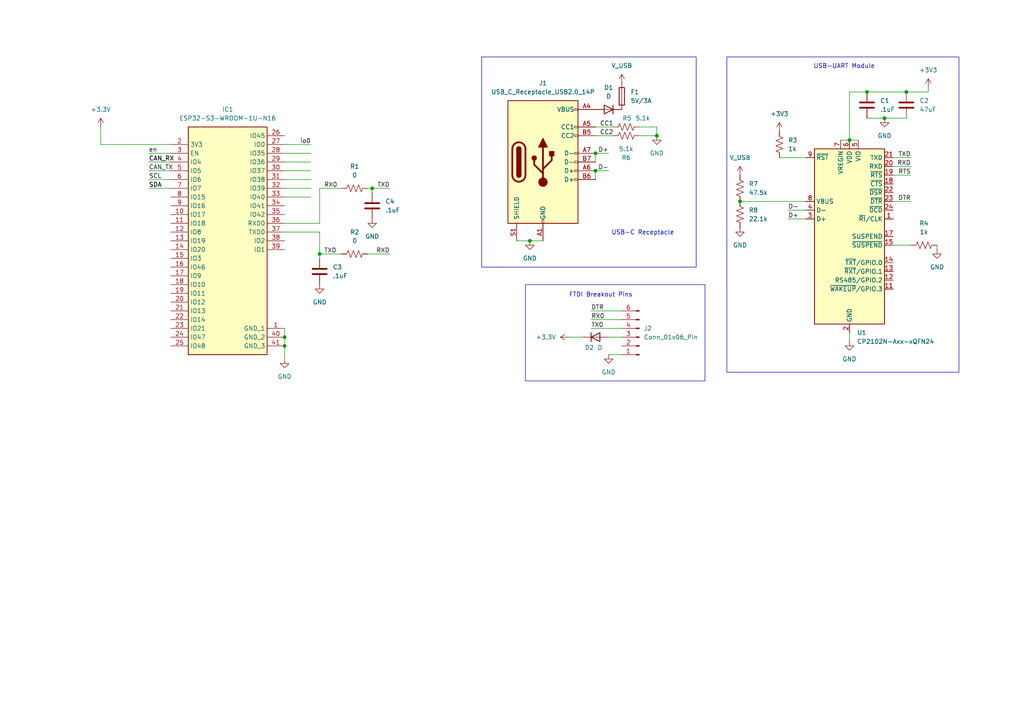
<source format=kicad_sch>
(kicad_sch (version 20231120) (generator "eeschema") (generator_version "8.0")
  (paper "A4")
  (lib_symbols
    (symbol "Connector:Conn_01x06_Pin" (pin_names (offset 1.016) hide)
      (property "Reference" "J" (at 0 7.62 0))
      (property "Value" "Conn_01x06_Pin" (at 0 -10.16 0))
      (symbol "Conn_01x06_Pin_1_1"
        (polyline (pts (xy 1.27 -7.62) (xy 0.8636 -7.62)) (stroke (width 0.1524)))
        (polyline (pts (xy 1.27 -5.08) (xy 0.8636 -5.08)) (stroke (width 0.1524)))
        (polyline (pts (xy 1.27 -2.54) (xy 0.8636 -2.54)) (stroke (width 0.1524)))
        (polyline (pts (xy 1.27 0) (xy 0.8636 0)) (stroke (width 0.1524)))
        (polyline (pts (xy 1.27 2.54) (xy 0.8636 2.54)) (stroke (width 0.1524)))
        (polyline (pts (xy 1.27 5.08) (xy 0.8636 5.08)) (stroke (width 0.1524)))
        (rectangle (start 0.8636 -7.493) (end 0 -7.747) (stroke (width 0.1524)) (fill (type outline)))
        (rectangle (start 0.8636 -4.953) (end 0 -5.207) (stroke (width 0.1524)) (fill (type outline)))
        (rectangle (start 0.8636 -2.413) (end 0 -2.667) (stroke (width 0.1524)) (fill (type outline)))
        (rectangle (start 0.8636 0.127) (end 0 -0.127) (stroke (width 0.1524)) (fill (type outline)))
        (rectangle (start 0.8636 2.667) (end 0 2.413) (stroke (width 0.1524)) (fill (type outline)))
        (rectangle (start 0.8636 5.207) (end 0 4.953) (stroke (width 0.1524)) (fill (type outline)))
        (pin passive line (at 5.08 5.08 180) (length 3.81) (name "Pin_1") (number "1"))
        (pin passive line (at 5.08 2.54 180) (length 3.81) (name "Pin_2") (number "2"))
        (pin passive line (at 5.08 0 180) (length 3.81) (name "Pin_3") (number "3"))
        (pin passive line (at 5.08 -2.54 180) (length 3.81) (name "Pin_4") (number "4"))
        (pin passive line (at 5.08 -5.08 180) (length 3.81) (name "Pin_5") (number "5"))
        (pin passive line (at 5.08 -7.62 180) (length 3.81) (name "Pin_6") (number "6"))
      )
    )
    (symbol "Connector:USB_C_Receptacle_USB2.0_14P" (pin_names (offset 1.016))
      (property "Reference" "J" (at 0 22.225 0))
      (property "Value" "USB_C_Receptacle_USB2.0_14P" (at 0 19.685 0))
      (symbol "USB_C_Receptacle_USB2.0_14P_0_0"
        (rectangle (start -0.254 -17.78) (end 0.254 -16.764))
        (rectangle (start 10.16 -4.826) (end 9.144 -5.334))
        (rectangle (start 10.16 -2.286) (end 9.144 -2.794))
        (rectangle (start 10.16 0.254) (end 9.144 -0.254))
        (rectangle (start 10.16 2.794) (end 9.144 2.286))
        (rectangle (start 10.16 7.874) (end 9.144 7.366))
        (rectangle (start 10.16 10.414) (end 9.144 9.906))
        (rectangle (start 10.16 15.494) (end 9.144 14.986))
      )
      (symbol "USB_C_Receptacle_USB2.0_14P_0_1"
        (rectangle (start -10.16 17.78) (end 10.16 -17.78) (stroke (width 0.254)) (fill (type background)))
        (arc (start -8.89 -3.81) (mid -6.985 -5.7067) (end -5.08 -3.81) (stroke (width 0.508)))
        (arc (start -7.62 -3.81) (mid -6.985 -4.4423) (end -6.35 -3.81) (stroke (width 0.254)))
        (arc (start -7.62 -3.81) (mid -6.985 -4.4423) (end -6.35 -3.81) (stroke (width 0.254)) (fill (type outline)))
        (rectangle (start -7.62 -3.81) (end -6.35 3.81) (stroke (width 0.254)) (fill (type outline)))
        (arc (start -6.35 3.81) (mid -6.985 4.4423) (end -7.62 3.81) (stroke (width 0.254)))
        (arc (start -6.35 3.81) (mid -6.985 4.4423) (end -7.62 3.81) (stroke (width 0.254)) (fill (type outline)))
        (arc (start -5.08 3.81) (mid -6.985 5.7067) (end -8.89 3.81) (stroke (width 0.508)))
        (circle (center -2.54 1.143) (radius 0.635) (stroke (width 0.254)) (fill (type outline)))
        (circle (center 0 -5.842) (radius 1.27) (fill (type outline)))
        (polyline (pts (xy -8.89 -3.81) (xy -8.89 3.81)) (stroke (width 0.508)))
        (polyline (pts (xy -5.08 3.81) (xy -5.08 -3.81)) (stroke (width 0.508)))
        (polyline (pts (xy 0 -5.842) (xy 0 4.318)) (stroke (width 0.508)))
        (polyline (pts (xy 0 -3.302) (xy -2.54 -0.762) (xy -2.54 0.508)) (stroke (width 0.508)))
        (polyline (pts (xy 0 -2.032) (xy 2.54 0.508) (xy 2.54 1.778)) (stroke (width 0.508)))
        (polyline (pts (xy -1.27 4.318) (xy 0 6.858) (xy 1.27 4.318) (xy -1.27 4.318)) (stroke (width 0.254)) (fill (type outline)))
        (rectangle (start 1.905 1.778) (end 3.175 3.048) (stroke (width 0.254)) (fill (type outline)))
      )
      (symbol "USB_C_Receptacle_USB2.0_14P_1_1"
        (pin passive line (at 0 -22.86 90) (length 5.08) (name "GND") (number "A1"))
        (pin passive line (at 0 -22.86 90) (length 5.08) hide (name "GND") (number "A12"))
        (pin passive line (at 15.24 15.24 180) (length 5.08) (name "VBUS") (number "A4"))
        (pin bidirectional line (at 15.24 10.16 180) (length 5.08) (name "CC1") (number "A5"))
        (pin bidirectional line (at 15.24 -2.54 180) (length 5.08) (name "D+") (number "A6"))
        (pin bidirectional line (at 15.24 2.54 180) (length 5.08) (name "D-") (number "A7"))
        (pin passive line (at 15.24 15.24 180) (length 5.08) hide (name "VBUS") (number "A9"))
        (pin passive line (at 0 -22.86 90) (length 5.08) hide (name "GND") (number "B1"))
        (pin passive line (at 0 -22.86 90) (length 5.08) hide (name "GND") (number "B12"))
        (pin passive line (at 15.24 15.24 180) (length 5.08) hide (name "VBUS") (number "B4"))
        (pin bidirectional line (at 15.24 7.62 180) (length 5.08) (name "CC2") (number "B5"))
        (pin bidirectional line (at 15.24 -5.08 180) (length 5.08) (name "D+") (number "B6"))
        (pin bidirectional line (at 15.24 0 180) (length 5.08) (name "D-") (number "B7"))
        (pin passive line (at 15.24 15.24 180) (length 5.08) hide (name "VBUS") (number "B9"))
        (pin passive line (at -7.62 -22.86 90) (length 5.08) (name "SHIELD") (number "S1"))
      )
    )
    (symbol "Device:C" (pin_numbers hide) (pin_names (offset 0.254))
      (property "Reference" "C" (at 0.635 2.54 0))
      (property "Value" "C" (at 0.635 -2.54 0))
      (symbol "C_0_1"
        (polyline (pts (xy -2.032 -0.762) (xy 2.032 -0.762)) (stroke (width 0.508)))
        (polyline (pts (xy -2.032 0.762) (xy 2.032 0.762)) (stroke (width 0.508)))
      )
      (symbol "C_1_1"
        (pin passive line (at 0 3.81 270) (length 2.794) (name "~") (number "1"))
        (pin passive line (at 0 -3.81 90) (length 2.794) (name "~") (number "2"))
      )
    )
    (symbol "Device:D" (pin_numbers hide) (pin_names (offset 1.016) hide)
      (property "Reference" "D" (at 0 2.54 0))
      (property "Value" "D" (at 0 -2.54 0))
      (symbol "D_0_1"
        (polyline (pts (xy -1.27 1.27) (xy -1.27 -1.27)) (stroke (width 0.254)))
        (polyline (pts (xy 1.27 0) (xy -1.27 0)))
        (polyline (pts (xy 1.27 1.27) (xy 1.27 -1.27) (xy -1.27 0) (xy 1.27 1.27)) (stroke (width 0.254)))
      )
      (symbol "D_1_1"
        (pin passive line (at -3.81 0 0) (length 2.54) (name "K") (number "1"))
        (pin passive line (at 3.81 0 180) (length 2.54) (name "A") (number "2"))
      )
    )
    (symbol "Device:Fuse" (pin_numbers hide) (pin_names (offset 0))
      (property "Reference" "F" (at 2.032 0 90))
      (property "Value" "Fuse" (at -1.905 0 90))
      (symbol "Fuse_0_1"
        (rectangle (start -0.762 -2.54) (end 0.762 2.54) (stroke (width 0.254)))
        (polyline (pts (xy 0 2.54) (xy 0 -2.54)))
      )
      (symbol "Fuse_1_1"
        (pin passive line (at 0 3.81 270) (length 1.27) (name "~") (number "1"))
        (pin passive line (at 0 -3.81 90) (length 1.27) (name "~") (number "2"))
      )
    )
    (symbol "Device:R_US" (pin_numbers hide) (pin_names (offset 0))
      (property "Reference" "R" (at 2.54 0 90))
      (property "Value" "R_US" (at -2.54 0 90))
      (symbol "R_US_0_1"
        (polyline (pts (xy 0 -2.286) (xy 0 -2.54)))
        (polyline (pts (xy 0 2.286) (xy 0 2.54)))
        (polyline (pts (xy 0 -0.762) (xy 1.016 -1.143) (xy 0 -1.524) (xy -1.016 -1.905) (xy 0 -2.286)))
        (polyline (pts (xy 0 0.762) (xy 1.016 0.381) (xy 0 0) (xy -1.016 -0.381) (xy 0 -0.762)))
        (polyline (pts (xy 0 2.286) (xy 1.016 1.905) (xy 0 1.524) (xy -1.016 1.143) (xy 0 0.762)))
      )
      (symbol "R_US_1_1"
        (pin passive line (at 0 3.81 270) (length 1.27) (name "~") (number "1"))
        (pin passive line (at 0 -3.81 90) (length 1.27) (name "~") (number "2"))
      )
    )
    (symbol "Interface_USB:CP2102N-Axx-xQFN24"
      (property "Reference" "U" (at -8.89 26.67 0))
      (property "Value" "CP2102N-Axx-xQFN24" (at 13.97 26.67 0))
      (symbol "CP2102N-Axx-xQFN24_0_1"
        (rectangle (start -10.16 25.4) (end 10.16 -25.4) (stroke (width 0.254)) (fill (type background)))
      )
      (symbol "CP2102N-Axx-xQFN24_1_1"
        (pin bidirectional line (at 12.7 5.08 180) (length 2.54) (name "~{RI}/CLK") (number "1"))
        (pin no_connect line (at -10.16 -22.86 0) (length 2.54) hide (name "NC") (number "10"))
        (pin bidirectional line (at 12.7 -15.24 180) (length 2.54) (name "~{WAKEUP}/GPIO.3") (number "11"))
        (pin bidirectional line (at 12.7 -12.7 180) (length 2.54) (name "RS485/GPIO.2") (number "12"))
        (pin bidirectional line (at 12.7 -10.16 180) (length 2.54) (name "~{RXT}/GPIO.1") (number "13"))
        (pin bidirectional line (at 12.7 -7.62 180) (length 2.54) (name "~{TXT}/GPIO.0") (number "14"))
        (pin output line (at 12.7 -2.54 180) (length 2.54) (name "~{SUSPEND}") (number "15"))
        (pin no_connect line (at 10.16 -22.86 180) (length 2.54) hide (name "NC") (number "16"))
        (pin output line (at 12.7 0 180) (length 2.54) (name "SUSPEND") (number "17"))
        (pin input line (at 12.7 15.24 180) (length 2.54) (name "~{CTS}") (number "18"))
        (pin output line (at 12.7 17.78 180) (length 2.54) (name "~{RTS}") (number "19"))
        (pin power_in line (at 0 -27.94 90) (length 2.54) (name "GND") (number "2"))
        (pin input line (at 12.7 20.32 180) (length 2.54) (name "RXD") (number "20"))
        (pin output line (at 12.7 22.86 180) (length 2.54) (name "TXD") (number "21"))
        (pin input line (at 12.7 12.7 180) (length 2.54) (name "~{DSR}") (number "22"))
        (pin output line (at 12.7 10.16 180) (length 2.54) (name "~{DTR}") (number "23"))
        (pin input line (at 12.7 7.62 180) (length 2.54) (name "~{DCD}") (number "24"))
        (pin passive line (at 0 -27.94 90) (length 2.54) hide (name "GND") (number "25"))
        (pin bidirectional line (at -12.7 5.08 0) (length 2.54) (name "D+") (number "3"))
        (pin bidirectional line (at -12.7 7.62 0) (length 2.54) (name "D-") (number "4"))
        (pin power_in line (at 2.54 27.94 270) (length 2.54) (name "VIO") (number "5"))
        (pin power_in line (at 0 27.94 270) (length 2.54) (name "VDD") (number "6"))
        (pin power_in line (at -2.54 27.94 270) (length 2.54) (name "VREGIN") (number "7"))
        (pin input line (at -12.7 10.16 0) (length 2.54) (name "VBUS") (number "8"))
        (pin input line (at -12.7 22.86 0) (length 2.54) (name "~{RST}") (number "9"))
      )
    )
    (symbol "RF_Module:ESP32-S3-WROOM-1U-N16"
      (property "Reference" "IC" (at 29.21 7.62 0))
      (property "Value" "ESP32-S3-WROOM-1U-N16" (at 29.21 5.08 0))
      (symbol "ESP32-S3-WROOM-1U-N16_1_1"
        (rectangle (start 5.08 2.54) (end 27.94 -63.5) (stroke (width 0.254)) (fill (type background)))
        (pin passive line (at 33.02 -55.88 180) (length 5.08) (name "GND_1") (number "1"))
        (pin passive line (at 0 -22.86 0) (length 5.08) (name "IO17") (number "10"))
        (pin passive line (at 0 -25.4 0) (length 5.08) (name "IO18") (number "11"))
        (pin passive line (at 0 -27.94 0) (length 5.08) (name "IO8") (number "12"))
        (pin passive line (at 0 -30.48 0) (length 5.08) (name "IO19") (number "13"))
        (pin passive line (at 0 -33.02 0) (length 5.08) (name "IO20") (number "14"))
        (pin passive line (at 0 -35.56 0) (length 5.08) (name "IO3") (number "15"))
        (pin passive line (at 0 -38.1 0) (length 5.08) (name "IO46") (number "16"))
        (pin passive line (at 0 -40.64 0) (length 5.08) (name "IO9") (number "17"))
        (pin passive line (at 0 -43.18 0) (length 5.08) (name "IO10") (number "18"))
        (pin passive line (at 0 -45.72 0) (length 5.08) (name "IO11") (number "19"))
        (pin passive line (at 0 -2.54 0) (length 5.08) (name "3V3") (number "2"))
        (pin passive line (at 0 -48.26 0) (length 5.08) (name "IO12") (number "20"))
        (pin passive line (at 0 -50.8 0) (length 5.08) (name "IO13") (number "21"))
        (pin passive line (at 0 -53.34 0) (length 5.08) (name "IO14") (number "22"))
        (pin passive line (at 0 -55.88 0) (length 5.08) (name "IO21") (number "23"))
        (pin passive line (at 0 -58.42 0) (length 5.08) (name "IO47") (number "24"))
        (pin passive line (at 0 -60.96 0) (length 5.08) (name "IO48") (number "25"))
        (pin passive line (at 33.02 0 180) (length 5.08) (name "IO45") (number "26"))
        (pin passive line (at 33.02 -2.54 180) (length 5.08) (name "IO0") (number "27"))
        (pin passive line (at 33.02 -5.08 180) (length 5.08) (name "IO35") (number "28"))
        (pin passive line (at 33.02 -7.62 180) (length 5.08) (name "IO36") (number "29"))
        (pin passive line (at 0 -5.08 0) (length 5.08) (name "EN") (number "3"))
        (pin passive line (at 33.02 -10.16 180) (length 5.08) (name "IO37") (number "30"))
        (pin passive line (at 33.02 -12.7 180) (length 5.08) (name "IO38") (number "31"))
        (pin passive line (at 33.02 -15.24 180) (length 5.08) (name "IO39") (number "32"))
        (pin passive line (at 33.02 -17.78 180) (length 5.08) (name "IO40") (number "33"))
        (pin passive line (at 33.02 -20.32 180) (length 5.08) (name "IO41") (number "34"))
        (pin passive line (at 33.02 -22.86 180) (length 5.08) (name "IO42") (number "35"))
        (pin passive line (at 33.02 -25.4 180) (length 5.08) (name "RXD0") (number "36"))
        (pin passive line (at 33.02 -27.94 180) (length 5.08) (name "TXD0") (number "37"))
        (pin passive line (at 33.02 -30.48 180) (length 5.08) (name "IO2") (number "38"))
        (pin passive line (at 33.02 -33.02 180) (length 5.08) (name "IO1") (number "39"))
        (pin passive line (at 0 -7.62 0) (length 5.08) (name "IO4") (number "4"))
        (pin passive line (at 33.02 -58.42 180) (length 5.08) (name "GND_2") (number "40"))
        (pin passive line (at 33.02 -60.96 180) (length 5.08) (name "GND_3") (number "41"))
        (pin passive line (at 0 -10.16 0) (length 5.08) (name "IO5") (number "5"))
        (pin passive line (at 0 -12.7 0) (length 5.08) (name "IO6") (number "6"))
        (pin passive line (at 0 -15.24 0) (length 5.08) (name "IO7") (number "7"))
        (pin passive line (at 0 -17.78 0) (length 5.08) (name "IO15") (number "8"))
        (pin passive line (at 0 -20.32 0) (length 5.08) (name "IO16") (number "9"))
      )
    )
    (symbol "power:+1V1" (power) (pin_numbers hide) (pin_names (offset 0) hide)
      (property "Value" "+1V1" (at 0 3.556 0))
      (symbol "+1V1_0_1"
        (polyline (pts (xy -0.762 1.27) (xy 0 2.54)))
        (polyline (pts (xy 0 0) (xy 0 2.54)))
        (polyline (pts (xy 0 2.54) (xy 0.762 1.27)))
      )
      (symbol "+1V1_1_1"
        (pin power_in line (at 0 0 90) (length 0) (name "~") (number "1"))
      )
    )
    (symbol "power:+3.3V" (power) (pin_numbers hide) (pin_names (offset 0) hide)
      (property "Value" "+3.3V" (at 0 3.556 0))
      (symbol "+3.3V_0_1"
        (polyline (pts (xy -0.762 1.27) (xy 0 2.54)))
        (polyline (pts (xy 0 0) (xy 0 2.54)))
        (polyline (pts (xy 0 2.54) (xy 0.762 1.27)))
      )
      (symbol "+3.3V_1_1"
        (pin power_in line (at 0 0 90) (length 0) (name "~") (number "1"))
      )
    )
    (symbol "power:+3V3" (power) (pin_numbers hide) (pin_names (offset 0) hide)
      (property "Value" "+3V3" (at 0 3.556 0))
      (symbol "+3V3_0_1"
        (polyline (pts (xy -0.762 1.27) (xy 0 2.54)))
        (polyline (pts (xy 0 0) (xy 0 2.54)))
        (polyline (pts (xy 0 2.54) (xy 0.762 1.27)))
      )
      (symbol "+3V3_1_1"
        (pin power_in line (at 0 0 90) (length 0) (name "~") (number "1"))
      )
    )
    (symbol "power:GND" (power) (pin_numbers hide) (pin_names (offset 0) hide)
      (property "Value" "GND" (at 0 -3.81 0))
      (symbol "GND_0_1"
        (polyline (pts (xy 0 0) (xy 0 -1.27) (xy 1.27 -1.27) (xy 0 -2.54) (xy -1.27 -1.27) (xy 0 -1.27)))
      )
      (symbol "GND_1_1"
        (pin power_in line (at 0 0 270) (length 0) (name "~") (number "1"))
      )
    )
  )
  (junction (at 82.55 100.33))
  (junction (at 190.5 39.37))
  (junction (at 82.55 97.79))
  (junction (at 246.38 40.64))
  (junction (at 172.72 49.53))
  (junction (at 107.95 54.61))
  (junction (at 153.67 69.85))
  (junction (at 214.63 58.42))
  (junction (at 256.54 34.29))
  (junction (at 262.89 26.67))
  (junction (at 92.71 73.66))
  (junction (at 172.72 44.45))
  (junction (at 251.46 26.67))
  (wire (pts (xy 251.46 26.67) (xy 246.38 26.67)))
  (wire (pts (xy 246.38 99.06) (xy 246.38 96.52)))
  (wire (pts (xy 259.08 71.12) (xy 264.16 71.12)))
  (wire (pts (xy 228.6 60.96) (xy 233.68 60.96)))
  (wire (pts (xy 259.08 48.26) (xy 264.16 48.26)))
  (wire (pts (xy 82.55 46.99) (xy 90.17 46.99)))
  (wire (pts (xy 82.55 49.53) (xy 90.17 49.53)))
  (wire (pts (xy 29.21 41.91) (xy 49.53 41.91)))
  (wire (pts (xy 171.45 90.17) (xy 180.34 90.17)))
  (wire (pts (xy 43.18 52.07) (xy 49.53 52.07)))
  (wire (pts (xy 106.68 54.61) (xy 107.95 54.61)))
  (wire (pts (xy 82.55 104.14) (xy 82.55 100.33)))
  (wire (pts (xy 82.55 100.33) (xy 82.55 97.79)))
  (wire (pts (xy 243.84 40.64) (xy 246.38 40.64)))
  (wire (pts (xy 259.08 50.8) (xy 264.16 50.8)))
  (wire (pts (xy 92.71 73.66) (xy 92.71 67.31)))
  (wire (pts (xy 171.45 92.71) (xy 180.34 92.71)))
  (wire (pts (xy 92.71 74.93) (xy 92.71 73.66)))
  (wire (pts (xy 269.24 26.67) (xy 262.89 26.67)))
  (wire (pts (xy 176.53 102.87) (xy 180.34 102.87)))
  (wire (pts (xy 271.78 71.12) (xy 271.78 72.39)))
  (wire (pts (xy 149.86 69.85) (xy 153.67 69.85)))
  (wire (pts (xy 82.55 44.45) (xy 90.17 44.45)))
  (wire (pts (xy 259.08 58.42) (xy 264.16 58.42)))
  (wire (pts (xy 185.42 39.37) (xy 190.5 39.37)))
  (wire (pts (xy 92.71 54.61) (xy 99.06 54.61)))
  (wire (pts (xy 43.18 46.99) (xy 49.53 46.99)))
  (wire (pts (xy 214.63 58.42) (xy 233.68 58.42)))
  (wire (pts (xy 106.68 73.66) (xy 113.03 73.66)))
  (wire (pts (xy 92.71 64.77) (xy 92.71 54.61)))
  (wire (pts (xy 82.55 54.61) (xy 90.17 54.61)))
  (wire (pts (xy 107.95 54.61) (xy 107.95 55.88)))
  (wire (pts (xy 82.55 57.15) (xy 90.17 57.15)))
  (wire (pts (xy 171.45 95.25) (xy 180.34 95.25)))
  (wire (pts (xy 99.06 73.66) (xy 92.71 73.66)))
  (wire (pts (xy 82.55 95.25) (xy 82.55 97.79)))
  (wire (pts (xy 185.42 36.83) (xy 190.5 36.83)))
  (wire (pts (xy 43.18 49.53) (xy 49.53 49.53)))
  (wire (pts (xy 43.18 54.61) (xy 49.53 54.61)))
  (wire (pts (xy 82.55 52.07) (xy 90.17 52.07)))
  (wire (pts (xy 92.71 67.31) (xy 82.55 67.31)))
  (wire (pts (xy 269.24 25.4) (xy 269.24 26.67)))
  (wire (pts (xy 82.55 64.77) (xy 92.71 64.77)))
  (wire (pts (xy 29.21 36.83) (xy 29.21 41.91)))
  (wire (pts (xy 226.06 45.72) (xy 233.68 45.72)))
  (wire (pts (xy 251.46 34.29) (xy 256.54 34.29)))
  (wire (pts (xy 259.08 45.72) (xy 264.16 45.72)))
  (wire (pts (xy 251.46 26.67) (xy 262.89 26.67)))
  (wire (pts (xy 172.72 36.83) (xy 177.8 36.83)))
  (wire (pts (xy 82.55 41.91) (xy 90.17 41.91)))
  (wire (pts (xy 176.53 97.79) (xy 180.34 97.79)))
  (wire (pts (xy 165.1 97.79) (xy 168.91 97.79)))
  (wire (pts (xy 172.72 39.37) (xy 177.8 39.37)))
  (wire (pts (xy 190.5 36.83) (xy 190.5 39.37)))
  (wire (pts (xy 172.72 44.45) (xy 176.53 44.45)))
  (wire (pts (xy 172.72 49.53) (xy 176.53 49.53)))
  (wire (pts (xy 256.54 34.29) (xy 262.89 34.29)))
  (wire (pts (xy 172.72 49.53) (xy 172.72 52.07)))
  (wire (pts (xy 172.72 44.45) (xy 172.72 46.99)))
  (wire (pts (xy 43.18 44.45) (xy 49.53 44.45)))
  (wire (pts (xy 246.38 26.67) (xy 246.38 40.64)))
  (wire (pts (xy 228.6 63.5) (xy 233.68 63.5)))
  (wire (pts (xy 153.67 69.85) (xy 157.48 69.85)))
  (wire (pts (xy 107.95 54.61) (xy 113.03 54.61)))
  (wire (pts (xy 246.38 40.64) (xy 248.92 40.64)))
  (rectangle (start 152.4 82.55) (end 204.47 110.49))
  (rectangle (start 210.82 16.51) (end 278.13 107.95))
  (rectangle (start 139.7 16.51) (end 201.93 77.47))
  (text "FTDI Breakout Pins" (at 174.244 85.598 0) (effects (font (size 1.27 1.27))))
  (text "USB-C Receptacle" (at 186.436 67.564 0) (effects (font (size 1.27 1.27))))
  (text "USB-UART Module" (at 244.856 19.304 0) (effects (font (size 1.27 1.27))))
  (label "SDA" (at 43.18 54.61 0))
  (label "D-" (at 228.6 60.96 0))
  (label "CC2" (at 173.99 39.37 0))
  (label "D-" (at 176.53 49.53 180))
  (label "CAN_RX" (at 43.18 46.99 0))
  (label "CAN_RX" (at 43.18 46.99 0))
  (label "DTR" (at 171.45 90.17 0))
  (label "DTR" (at 264.16 58.42 180))
  (label "SCL" (at 43.18 52.07 0))
  (label "D+" (at 228.6 63.5 0))
  (label "CC1" (at 173.99 36.83 0))
  (label "RXD" (at 264.16 48.26 180))
  (label "TX0" (at 93.98 73.66 0))
  (label "io0" (at 90.17 41.91 180))
  (label "TX0" (at 171.45 95.25 0))
  (label "SDA" (at 43.18 54.61 0))
  (label "RTS" (at 264.16 50.8 180))
  (label "RXD" (at 113.03 73.66 180))
  (label "en" (at 43.18 44.45 0))
  (label "TXD" (at 113.03 54.61 180))
  (label "RX0" (at 171.45 92.71 0))
  (label "RX0" (at 93.98 54.61 0))
  (label "TXD" (at 264.16 45.72 180))
  (label "CAN_TX" (at 43.18 49.53 0))
  (label "D+" (at 176.53 44.45 180))
  (symbol (lib_id "power:+3V3") (at 269.24 25.4 0) (unit 1)
    (property "Reference" "#PWR02" (effects (hide yes)))
    (property "Value" "+3V3" (at 269.24 20.32 0))
    (property "Description" "Power symbol creates a global label with name \"+3V3\"" (effects (hide yes)))
  )
  (symbol (lib_id "Device:D") (at 176.53 31.75 180) (unit 1)
    (property "Reference" "D1" (at 176.53 25.4 0))
    (property "Value" "D" (at 176.53 27.94 0))
    (property "Footprint" "Diode_SMD:D_0603_1608Metric" (effects (hide yes)))
    (property "Description" "Diode" (effects (hide yes)))
    (property "Sim.Device" "D" (effects (hide yes)))
    (property "Sim.Pins" "1=K 2=A" (effects (hide yes)))
  )
  (symbol (lib_id "power:+3.3V") (at 165.1 97.79 90) (unit 1)
    (property "Reference" "#PWR016" (effects (hide yes)))
    (property "Value" "+3.3V" (at 161.29 97.7899 90) (effects (justify left)))
    (property "Description" "Power symbol creates a global label with name \"+3.3V\"" (effects (hide yes)))
  )
  (symbol (lib_id "power:GND") (at 107.95 63.5 0) (unit 1)
    (property "Reference" "#PWR012" (effects (hide yes)))
    (property "Value" "GND" (at 107.95 68.58 0))
    (property "Description" "Power symbol creates a global label with name \"GND\" , ground" (effects (hide yes)))
  )
  (symbol (lib_id "Device:Fuse") (at 180.34 27.94 0) (unit 1)
    (property "Reference" "F1" (at 182.88 26.6699 0) (effects (justify left)))
    (property "Value" "5V/3A" (at 182.88 29.2099 0) (effects (justify left)))
    (property "Footprint" "Fuse:Fuse_0603_1608Metric" (effects (hide yes)))
    (property "Description" "Fuse" (effects (hide yes)))
  )
  (symbol (lib_id "Device:R_US") (at 214.63 62.23 0) (unit 1)
    (property "Reference" "R8" (at 217.17 60.9599 0) (effects (justify left)))
    (property "Value" "22.1k" (at 217.17 63.4999 0) (effects (justify left)))
    (property "Footprint" "Resistor_SMD:R_0603_1608Metric" (effects (hide yes)))
    (property "Description" "Resistor, US symbol" (effects (hide yes)))
  )
  (symbol (lib_id "power:GND") (at 246.38 99.06 0) (unit 1)
    (property "Reference" "#PWR04" (effects (hide yes)))
    (property "Value" "GND" (at 246.38 104.14 0))
    (property "Description" "Power symbol creates a global label with name \"GND\" , ground" (effects (hide yes)))
  )
  (symbol (lib_id "Interface_USB:CP2102N-Axx-xQFN24") (at 246.38 68.58 0) (unit 1)
    (property "Reference" "U1" (at 248.5741 96.52 0) (effects (justify left)))
    (property "Value" "CP2102N-Axx-xQFN24" (at 248.5741 99.06 0) (effects (justify left)))
    (property "Footprint" "Package_DFN_QFN:QFN-24-1EP_4x4mm_P0.5mm_EP2.6x2.6mm" (effects (hide yes)))
    (property "Datasheet" "https://www.silabs.com/documents/public/data-sheets/cp2102n-datasheet.pdf" (effects (hide yes)))
    (property "Description" "USB to UART master bridge, QFN-24" (effects (hide yes)))
  )
  (symbol (lib_id "power:+1V1") (at 180.34 24.13 0) (unit 1)
    (property "Reference" "#PWR07" (effects (hide yes)))
    (property "Value" "V_USB" (at 180.34 19.05 0))
    (property "Description" "Power symbol creates a global label with name \"+1V1\"" (effects (hide yes)))
  )
  (symbol (lib_id "Device:R_US") (at 102.87 73.66 90) (unit 1)
    (property "Reference" "R2" (at 102.87 67.31 90))
    (property "Value" "0" (at 102.87 69.85 90))
    (property "Footprint" "Resistor_SMD:R_0603_1608Metric" (effects (hide yes)))
    (property "Description" "Resistor, US symbol" (effects (hide yes)))
  )
  (symbol (lib_id "power:+1V1") (at 214.63 50.8 0) (unit 1)
    (property "Reference" "#PWR011" (effects (hide yes)))
    (property "Value" "V_USB" (at 214.63 45.72 0))
    (property "Description" "Power symbol creates a global label with name \"+1V1\"" (effects (hide yes)))
  )
  (symbol (lib_id "Device:C") (at 262.89 30.48 0) (unit 1)
    (property "Reference" "C2" (at 266.7 29.2099 0) (effects (justify left)))
    (property "Value" "47uF" (at 266.7 31.7499 0) (effects (justify left)))
    (property "Footprint" "Capacitor_SMD:C_0603_1608Metric" (effects (hide yes)))
    (property "Description" "Unpolarized capacitor" (effects (hide yes)))
  )
  (symbol (lib_id "power:GND") (at 82.55 104.14 0) (unit 1)
    (property "Reference" "#PWR01" (effects (hide yes)))
    (property "Value" "GND" (at 82.55 109.22 0))
    (property "Description" "Power symbol creates a global label with name \"GND\" , ground" (effects (hide yes)))
  )
  (symbol (lib_id "Device:R_US") (at 181.61 39.37 90) (unit 1)
    (property "Reference" "R6" (at 181.61 45.72 90))
    (property "Value" "5.1k" (at 181.61 43.18 90))
    (property "Footprint" "Resistor_SMD:R_0603_1608Metric" (effects (hide yes)))
    (property "Description" "Resistor, US symbol" (effects (hide yes)))
  )
  (symbol (lib_id "Device:R_US") (at 181.61 36.83 90) (unit 1)
    (property "Reference" "R5" (at 181.864 34.29 90))
    (property "Value" "5.1k" (at 186.436 34.29 90))
    (property "Footprint" "Resistor_SMD:R_0603_1608Metric" (effects (hide yes)))
    (property "Description" "Resistor, US symbol" (effects (hide yes)))
  )
  (symbol (lib_id "power:+3.3V") (at 29.21 36.83 0) (unit 1)
    (property "Reference" "#PWR03" (effects (hide yes)))
    (property "Value" "+3.3V" (at 29.21 31.75 0))
    (property "Description" "Power symbol creates a global label with name \"+3.3V\"" (effects (hide yes)))
  )
  (symbol (lib_id "Connector:USB_C_Receptacle_USB2.0_14P") (at 157.48 46.99 0) (unit 1)
    (property "Reference" "J1" (at 157.48 24.13 0))
    (property "Value" "USB_C_Receptacle_USB2.0_14P" (at 157.48 26.67 0))
    (property "Footprint" "Connector_USB:USB_C_Receptacle_Amphenol_12401610E4-2A" (effects (hide yes)))
    (property "Datasheet" "https://www.usb.org/sites/default/files/documents/usb_type-c.zip" (effects (hide yes)))
    (property "Description" "USB 2.0-only 14P Type-C Receptacle connector" (effects (hide yes)))
  )
  (symbol (lib_id "power:GND") (at 256.54 34.29 0) (unit 1)
    (property "Reference" "#PWR09" (effects (hide yes)))
    (property "Value" "GND" (at 256.54 39.37 0))
    (property "Description" "Power symbol creates a global label with name \"GND\" , ground" (effects (hide yes)))
  )
  (symbol (lib_id "Device:R_US") (at 214.63 54.61 0) (unit 1)
    (property "Reference" "R7" (at 217.17 53.3399 0) (effects (justify left)))
    (property "Value" "47.5k" (at 217.17 55.8799 0) (effects (justify left)))
    (property "Footprint" "Resistor_SMD:R_0603_1608Metric" (effects (hide yes)))
    (property "Description" "Resistor, US symbol" (effects (hide yes)))
  )
  (symbol (lib_id "Device:R_US") (at 267.97 71.12 90) (unit 1)
    (property "Reference" "R4" (at 267.97 64.77 90))
    (property "Value" "1k" (at 267.97 67.31 90))
    (property "Footprint" "Resistor_SMD:R_0603_1608Metric" (effects (hide yes)))
    (property "Description" "Resistor, US symbol" (effects (hide yes)))
  )
  (symbol (lib_id "Device:D") (at 172.72 97.79 0) (unit 1)
    (property "Reference" "D2" (at 170.942 100.838 0))
    (property "Value" "D" (at 173.99 100.838 0))
    (property "Footprint" "Diode_SMD:D_0603_1608Metric" (effects (hide yes)))
    (property "Description" "Diode" (effects (hide yes)))
    (property "Sim.Device" "D" (effects (hide yes)))
    (property "Sim.Pins" "1=K 2=A" (effects (hide yes)))
  )
  (symbol (lib_id "Connector:Conn_01x06_Pin") (at 185.42 97.79 180) (unit 1)
    (property "Reference" "J2" (at 186.69 95.2499 0) (effects (justify right)))
    (property "Value" "Conn_01x06_Pin" (at 186.69 97.7899 0) (effects (justify right)))
    (property "Footprint" "Connector_PinSocket_2.54mm:PinSocket_1x06_P2.54mm_Vertical" (effects (hide yes)))
    (property "Description" "Generic connector, single row, 01x06, script generated" (effects (hide yes)))
  )
  (symbol (lib_id "power:GND") (at 271.78 72.39 0) (unit 1)
    (property "Reference" "#PWR06" (effects (hide yes)))
    (property "Value" "GND" (at 271.78 77.47 0))
    (property "Description" "Power symbol creates a global label with name \"GND\" , ground" (effects (hide yes)))
  )
  (symbol (lib_id "Device:C") (at 107.95 59.69 0) (unit 1)
    (property "Reference" "C4" (at 111.76 58.4199 0) (effects (justify left)))
    (property "Value" ".1uF" (at 111.76 60.9599 0) (effects (justify left)))
    (property "Footprint" "Capacitor_SMD:C_0603_1608Metric" (effects (hide yes)))
    (property "Description" "Unpolarized capacitor" (effects (hide yes)))
  )
  (symbol (lib_id "RF_Module:ESP32-S3-WROOM-1U-N16") (at 49.53 39.37 0) (unit 1)
    (property "Reference" "IC1" (at 66.04 31.75 0))
    (property "Value" "ESP32-S3-WROOM-1U-N16" (at 66.04 34.29 0))
    (property "Footprint" "RF_Module:ESP32-S3-WROOM-1U" (effects (hide yes)))
    (property "Datasheet" "https://www.espressif.com/sites/default/files/documentation/esp32-s3-wroom-1_wroom-1u_datasheet_en.pdf" (effects (hide yes)))
    (property "Description" "Multiprotocol Modules SMD Module, ESP32-S3, 16 MB SPI Flash, IPEX Antenna Connector" (effects (hide yes)))
    (property "Height" "3.35" (effects (hide yes)))
    (property "Mouser Part Number" "356-ESP32S3WROM1UN16" (effects (hide yes)))
    (property "Mouser Price/Stock" "https://www.mouser.co.uk/ProductDetail/Espressif-Systems/ESP32-S3-WROOM-1U-N16?qs=Li%252BoUPsLEntAI1ynUyotnA%3D%3D" (effects (hide yes)))
    (property "Manufacturer_Name" "Espressif Systems" (effects (hide yes)))
    (property "Manufacturer_Part_Number" "ESP32-S3-WROOM-1U-N16" (effects (hide yes)))
  )
  (symbol (lib_id "Device:R_US") (at 226.06 41.91 180) (unit 1)
    (property "Reference" "R3" (at 228.6 40.6399 0) (effects (justify right)))
    (property "Value" "1k" (at 228.6 43.1799 0) (effects (justify right)))
    (property "Footprint" "Resistor_SMD:R_0603_1608Metric" (effects (hide yes)))
    (property "Description" "Resistor, US symbol" (effects (hide yes)))
  )
  (symbol (lib_id "power:GND") (at 176.53 102.87 0) (unit 1)
    (property "Reference" "#PWR015" (effects (hide yes)))
    (property "Value" "GND" (at 176.53 107.95 0))
    (property "Description" "Power symbol creates a global label with name \"GND\" , ground" (effects (hide yes)))
  )
  (symbol (lib_id "power:+3V3") (at 226.06 38.1 0) (unit 1)
    (property "Reference" "#PWR05" (effects (hide yes)))
    (property "Value" "+3V3" (at 226.06 33.02 0))
    (property "Description" "Power symbol creates a global label with name \"+3V3\"" (effects (hide yes)))
  )
  (symbol (lib_id "Device:C") (at 251.46 30.48 0) (unit 1)
    (property "Reference" "C1" (at 255.27 29.2099 0) (effects (justify left)))
    (property "Value" ".1uF" (at 255.27 31.7499 0) (effects (justify left)))
    (property "Footprint" "Capacitor_SMD:C_0603_1608Metric" (effects (hide yes)))
    (property "Description" "Unpolarized capacitor" (effects (hide yes)))
  )
  (symbol (lib_id "power:GND") (at 214.63 66.04 0) (unit 1)
    (property "Reference" "#PWR010" (effects (hide yes)))
    (property "Value" "GND" (at 214.63 71.12 0))
    (property "Description" "Power symbol creates a global label with name \"GND\" , ground" (effects (hide yes)))
  )
  (symbol (lib_id "power:GND") (at 190.5 39.37 0) (unit 1)
    (property "Reference" "#PWR014" (effects (hide yes)))
    (property "Value" "GND" (at 190.5 44.45 0))
    (property "Description" "Power symbol creates a global label with name \"GND\" , ground" (effects (hide yes)))
  )
  (symbol (lib_id "Device:C") (at 92.71 78.74 0) (unit 1)
    (property "Reference" "C3" (at 96.52 77.4699 0) (effects (justify left)))
    (property "Value" ".1uF" (at 96.52 80.0099 0) (effects (justify left)))
    (property "Footprint" "Capacitor_SMD:C_0603_1608Metric" (effects (hide yes)))
    (property "Description" "Unpolarized capacitor" (effects (hide yes)))
  )
  (symbol (lib_id "Device:R_US") (at 102.87 54.61 90) (unit 1)
    (property "Reference" "R1" (at 102.87 48.26 90))
    (property "Value" "0" (at 102.87 50.8 90))
    (property "Footprint" "Resistor_SMD:R_0603_1608Metric" (effects (hide yes)))
    (property "Description" "Resistor, US symbol" (effects (hide yes)))
  )
  (symbol (lib_id "power:GND") (at 92.71 82.55 0) (unit 1)
    (property "Reference" "#PWR013" (effects (hide yes)))
    (property "Value" "GND" (at 92.71 87.63 0))
    (property "Description" "Power symbol creates a global label with name \"GND\" , ground" (effects (hide yes)))
  )
  (symbol (lib_id "power:GND") (at 153.67 69.85 0) (unit 1)
    (property "Reference" "#PWR08" (effects (hide yes)))
    (property "Value" "GND" (at 153.67 74.93 0))
    (property "Description" "Power symbol creates a global label with name \"GND\" , ground" (effects (hide yes)))
  )
)
</source>
